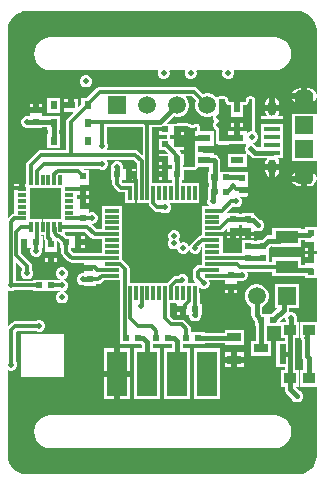
<source format=gtl>
G04*
G04 #@! TF.GenerationSoftware,Altium Limited,Altium Designer,22.3.1 (43)*
G04*
G04 Layer_Physical_Order=1*
G04 Layer_Color=255*
%FSLAX25Y25*%
%MOIN*%
G70*
G04*
G04 #@! TF.SameCoordinates,8BB9F333-D91B-4341-8B3B-76DA7BD7A395*
G04*
G04*
G04 #@! TF.FilePolarity,Positive*
G04*
G01*
G75*
%ADD11C,0.01000*%
%ADD17R,0.03937X0.03543*%
%ADD18R,0.02165X0.06693*%
%ADD19R,0.02362X0.01968*%
%ADD20R,0.07500X0.04300*%
%ADD21R,0.01968X0.02362*%
%ADD22R,0.04528X0.03150*%
%ADD23R,0.06500X0.15000*%
%ADD24R,0.06102X0.05906*%
%ADD25R,0.05315X0.01575*%
%ADD26R,0.02756X0.02362*%
%ADD27R,0.02362X0.02756*%
%ADD28R,0.03150X0.01378*%
%ADD29R,0.01378X0.03347*%
%ADD30R,0.01181X0.04724*%
%ADD31R,0.04724X0.01181*%
%ADD32R,0.04331X0.02362*%
%ADD49C,0.01181*%
%ADD50C,0.01575*%
%ADD51C,0.02362*%
%ADD52C,0.05906*%
%ADD53R,0.05906X0.05906*%
%ADD54O,0.06102X0.03051*%
%ADD55O,0.02559X0.05118*%
%ADD56C,0.02000*%
%ADD57C,0.04724*%
G36*
X98367Y155943D02*
Y155943D01*
X98367Y155943D01*
X99368Y155844D01*
X100561Y155482D01*
X101661Y154895D01*
X102624Y154104D01*
X103416Y153140D01*
X104003Y152040D01*
X104365Y150847D01*
X104487Y149606D01*
X104464Y149366D01*
X104464D01*
X104464Y149366D01*
X104472Y149175D01*
Y128372D01*
X104275Y128353D01*
X104205Y128706D01*
X103646Y129541D01*
X102811Y130099D01*
X101826Y130296D01*
X101300D01*
Y129689D01*
X101383D01*
X101486Y129686D01*
X101588Y129678D01*
X101691Y129665D01*
X101792Y129646D01*
X101892Y129622D01*
X101991Y129593D01*
X102088Y129558D01*
X102183Y129519D01*
X102276Y129474D01*
X102367Y129425D01*
X102455Y129371D01*
X102540Y129313D01*
X102621Y129250D01*
X102700Y129183D01*
X102775Y129112D01*
X102846Y129038D01*
X102912Y128959D01*
X102975Y128877D01*
X103034Y128793D01*
X103087Y128705D01*
X103137Y128614D01*
X103181Y128521D01*
X103220Y128426D01*
X103255Y128329D01*
X103284Y128230D01*
X103308Y128130D01*
X103327Y128028D01*
X103340Y127926D01*
X103349Y127823D01*
X103351Y127720D01*
Y125702D01*
X103646Y125900D01*
X104205Y126735D01*
X104275Y127088D01*
X104472Y127069D01*
Y121978D01*
X104351Y121831D01*
X104275Y121831D01*
X96249D01*
Y113925D01*
Y106051D01*
X104275D01*
X104351Y106051D01*
X104472Y105904D01*
Y100813D01*
X104275Y100794D01*
X104205Y101147D01*
X103646Y101982D01*
X103351Y102180D01*
Y100171D01*
X102564D01*
X102562Y100218D01*
X102558Y100269D01*
X102552Y100320D01*
X102542Y100370D01*
X102530Y100420D01*
X102516Y100469D01*
X102499Y100517D01*
X102479Y100565D01*
X102457Y100611D01*
X102433Y100656D01*
X102406Y100700D01*
X102377Y100742D01*
X102346Y100783D01*
X102312Y100822D01*
X102277Y100859D01*
X102240Y100894D01*
X102201Y100927D01*
X102160Y100959D01*
X102118Y100988D01*
X102074Y101014D01*
X102029Y101039D01*
X101983Y101061D01*
X101935Y101081D01*
X101887Y101098D01*
X101838Y101112D01*
X101788Y101124D01*
X101738Y101134D01*
X101687Y101140D01*
X101636Y101144D01*
X101579Y101146D01*
X101300D01*
Y100161D01*
Y99177D01*
X101579D01*
X101636Y99178D01*
X101687Y99182D01*
X101738Y99189D01*
X101788Y99199D01*
X101838Y99211D01*
X101887Y99225D01*
X101935Y99242D01*
X101983Y99262D01*
X102029Y99284D01*
X102074Y99308D01*
X102118Y99335D01*
X102160Y99364D01*
X102201Y99395D01*
X102240Y99429D01*
X102277Y99464D01*
X102312Y99501D01*
X102346Y99540D01*
X102377Y99581D01*
X102406Y99623D01*
X102433Y99667D01*
X102457Y99712D01*
X102479Y99758D01*
X102499Y99805D01*
X102516Y99854D01*
X102530Y99903D01*
X102542Y99953D01*
X102552Y100003D01*
X102558Y100054D01*
X102562Y100105D01*
X102564Y100152D01*
X103351D01*
X103349Y100054D01*
X103340Y99951D01*
X103327Y99849D01*
X103308Y99748D01*
X103284Y99648D01*
X103255Y99550D01*
X103221Y99453D01*
X103181Y99358D01*
X103137Y99265D01*
X103088Y99175D01*
X103034Y99087D01*
X102976Y99002D01*
X102914Y98921D01*
X102847Y98843D01*
X102776Y98768D01*
X102701Y98697D01*
X102623Y98630D01*
X102542Y98568D01*
X102457Y98510D01*
X102369Y98456D01*
X102279Y98407D01*
X102186Y98363D01*
X102091Y98323D01*
X101994Y98289D01*
X101896Y98260D01*
X101796Y98236D01*
X101695Y98217D01*
X101593Y98204D01*
X101490Y98196D01*
X101383Y98193D01*
X101300D01*
Y97586D01*
X101826D01*
X102811Y97782D01*
X103646Y98341D01*
X104205Y99176D01*
X104275Y99529D01*
X104472Y99510D01*
Y84150D01*
X100516D01*
Y83291D01*
X99250D01*
Y83672D01*
X89750D01*
Y81301D01*
X88388D01*
X88388Y81301D01*
X87690Y81162D01*
X87099Y80767D01*
X87099Y80767D01*
X86104Y79772D01*
X84516D01*
Y79413D01*
X83484D01*
Y79772D01*
X79516D01*
Y75323D01*
X73094D01*
Y78016D01*
Y81197D01*
X69889D01*
X69732Y81228D01*
Y81921D01*
X72259D01*
X72416Y81953D01*
X73094D01*
Y82189D01*
X73405Y82397D01*
X74334Y83325D01*
X74516Y83250D01*
Y80450D01*
X75500D01*
Y82631D01*
X76500D01*
Y83631D01*
X78484D01*
Y84746D01*
X79516D01*
Y83631D01*
X81500D01*
Y82631D01*
X82500D01*
Y80450D01*
X83484D01*
Y82930D01*
X83666Y83005D01*
X83867Y82805D01*
X84602Y82500D01*
X85398D01*
X86133Y82805D01*
X86695Y83367D01*
X87000Y84102D01*
Y84898D01*
X86695Y85633D01*
X86133Y86195D01*
X85508Y86454D01*
X84499Y87463D01*
X83908Y87858D01*
X83484Y87943D01*
Y88750D01*
X79516D01*
Y88391D01*
X78484D01*
Y88750D01*
X74800D01*
X74725Y88932D01*
X76530Y90737D01*
X77102Y90500D01*
X77898D01*
X78633Y90804D01*
X79195Y91367D01*
X79500Y92102D01*
Y92898D01*
X79195Y93633D01*
X78860Y93968D01*
X78935Y94150D01*
X81484D01*
Y95332D01*
X79500D01*
Y97332D01*
X81484D01*
Y98087D01*
Y102450D01*
X77516D01*
Y102322D01*
X76528D01*
Y102484D01*
X72277D01*
Y106000D01*
X72277Y106000D01*
X72138Y106697D01*
X71743Y107289D01*
X71483Y107548D01*
X70892Y107943D01*
X70195Y108082D01*
X70153Y108273D01*
Y109000D01*
X66988D01*
Y111000D01*
X70153D01*
Y111559D01*
Y115921D01*
X65520D01*
Y117439D01*
X65498Y117546D01*
X65497Y117655D01*
X65460Y117739D01*
X65442Y117829D01*
X65381Y117920D01*
X65338Y118019D01*
X65272Y118083D01*
X65221Y118160D01*
X65131Y118220D01*
X65052Y118296D01*
X64967Y118330D01*
X64890Y118381D01*
X64783Y118402D01*
X64682Y118442D01*
X64485Y118478D01*
X64393Y118476D01*
X64303Y118494D01*
X64196Y118473D01*
X64088Y118471D01*
X64003Y118435D01*
X63913Y118417D01*
X63823Y118356D01*
X63723Y118313D01*
X63659Y118247D01*
X63582Y118196D01*
X63555Y118169D01*
X63195Y118020D01*
X62805D01*
X62445Y118169D01*
X62392Y118221D01*
X62062Y118442D01*
X61672Y118520D01*
X57968D01*
X57791Y118484D01*
X54697D01*
X54621Y118666D01*
X56805Y120850D01*
X57480Y120669D01*
X58520D01*
X59526Y120939D01*
X60427Y121459D01*
X61163Y122195D01*
X61683Y123096D01*
X61953Y124102D01*
Y125142D01*
X61683Y126148D01*
X61163Y127049D01*
X60850Y127362D01*
X60926Y127544D01*
X62785D01*
X64288Y126041D01*
X64047Y125142D01*
Y124102D01*
X64317Y123096D01*
X64837Y122195D01*
X65573Y121459D01*
X66474Y120939D01*
X67480Y120669D01*
X68520D01*
X69526Y120939D01*
X69906Y121158D01*
X70054Y121028D01*
X70000Y120898D01*
Y120102D01*
X70305Y119367D01*
X70422Y119250D01*
X70305Y119133D01*
X70000Y118398D01*
Y117602D01*
X70305Y116867D01*
X70867Y116305D01*
X70980Y116258D01*
Y112500D01*
X71058Y112110D01*
X71279Y111779D01*
X71610Y111558D01*
X72000Y111480D01*
X74847D01*
X75237Y111558D01*
X75238Y111559D01*
X80952D01*
X81034Y111362D01*
X80805Y111133D01*
X80500Y110398D01*
Y109602D01*
X80805Y108867D01*
X81034Y108638D01*
X80952Y108441D01*
X74847D01*
Y104079D01*
X81177D01*
Y108216D01*
X81367Y108305D01*
X81992Y108046D01*
X82503Y107534D01*
X82504Y107534D01*
X83095Y107139D01*
X83792Y107000D01*
X83792Y107000D01*
X87804D01*
X87897Y106827D01*
X87523Y106267D01*
X87346Y105378D01*
Y105098D01*
X89670D01*
X91994D01*
Y105378D01*
X91817Y106267D01*
X91436Y106839D01*
X91541Y107035D01*
X93328D01*
Y109595D01*
Y112153D01*
Y114713D01*
Y117272D01*
Y118288D01*
X89670D01*
X86013D01*
Y117272D01*
Y114713D01*
Y110645D01*
X84547D01*
X84292Y110901D01*
X84196Y111133D01*
X83633Y111696D01*
X83360Y111809D01*
X83391Y111964D01*
X83405Y112003D01*
X84133Y112304D01*
X84696Y112867D01*
X85000Y113602D01*
Y114398D01*
X84696Y115133D01*
X84133Y115696D01*
X83972Y115762D01*
X84020Y116000D01*
Y126500D01*
X83942Y126890D01*
X83721Y127221D01*
X83390Y127442D01*
X83000Y127520D01*
X82000D01*
X81610Y127442D01*
X81279Y127221D01*
X81058Y126890D01*
X80980Y126500D01*
Y126305D01*
X80831Y125945D01*
X80555Y125669D01*
X80195Y125520D01*
X79984D01*
Y125650D01*
X79000D01*
Y124679D01*
X78965Y124500D01*
Y123468D01*
X77036D01*
Y124500D01*
X77000Y124679D01*
Y125650D01*
X76016D01*
Y125520D01*
X75805D01*
X75445Y125669D01*
X75169Y125945D01*
X75020Y126305D01*
Y126500D01*
X74942Y126890D01*
X74721Y127221D01*
X74390Y127442D01*
X74000Y127520D01*
X72000D01*
X71610Y127442D01*
X71279Y127221D01*
X71275Y127215D01*
X71022Y127190D01*
X70427Y127785D01*
X69526Y128305D01*
X68520Y128575D01*
X67480D01*
X66581Y128334D01*
X64603Y130312D01*
X64077Y130664D01*
X63457Y130787D01*
X32272D01*
X31651Y130664D01*
X31125Y130312D01*
X27691Y126878D01*
X26028D01*
Y124821D01*
X25060Y123853D01*
X24878Y123929D01*
Y126681D01*
X23500D01*
Y124500D01*
X22500D01*
Y123500D01*
X20122D01*
Y122319D01*
X23268D01*
X23344Y122137D01*
X21353Y120147D01*
X21002Y119621D01*
X20878Y119000D01*
Y109722D01*
X12601D01*
X11980Y109599D01*
X11454Y109247D01*
X8011Y105804D01*
X7659Y105278D01*
X7536Y104657D01*
Y102295D01*
X7468D01*
Y98382D01*
X7229D01*
Y96693D01*
X6229D01*
Y96414D01*
X3654D01*
Y95004D01*
Y93036D01*
Y88465D01*
X3071Y88349D01*
X2545Y87998D01*
X1711Y87164D01*
X1529Y87239D01*
Y149411D01*
X1529Y149412D01*
X1529Y149606D01*
X1538Y149799D01*
X1641Y150846D01*
X2003Y152038D01*
X2590Y153137D01*
X3381Y154100D01*
X4344Y154890D01*
X5442Y155477D01*
X6634Y155839D01*
X7681Y155942D01*
X7874Y155951D01*
Y155951D01*
X7874Y155951D01*
X98359D01*
X98367Y155943D01*
D02*
G37*
G36*
X83000Y116000D02*
X82602D01*
X81867Y115696D01*
X81374Y115202D01*
X81177Y115284D01*
Y115921D01*
X79012D01*
Y113740D01*
X78012D01*
Y112740D01*
X74847D01*
Y112500D01*
X72000D01*
Y126500D01*
X74000D01*
Y126102D01*
X74304Y125367D01*
X74867Y124804D01*
X75602Y124500D01*
X76016D01*
Y121287D01*
Y120531D01*
X78000D01*
X79984D01*
Y121287D01*
Y124500D01*
X80398D01*
X81133Y124804D01*
X81695Y125367D01*
X82000Y126102D01*
Y126500D01*
X83000D01*
Y116000D01*
D02*
G37*
G36*
X46457Y108094D02*
X46275Y108018D01*
X45046Y109247D01*
X44520Y109599D01*
X43899Y109722D01*
X34808D01*
X34717Y109919D01*
X35000Y110602D01*
Y111398D01*
X34696Y112133D01*
X34622Y112207D01*
Y117378D01*
X46457D01*
Y108094D01*
D02*
G37*
G36*
X61150Y117500D02*
X61672D01*
X61867Y117305D01*
X62602Y117000D01*
X63398D01*
X64133Y117305D01*
X64303Y117475D01*
X64500Y117439D01*
Y115921D01*
X63823D01*
Y111559D01*
Y107819D01*
Y104079D01*
X63659Y104000D01*
X59791D01*
Y104516D01*
X60150D01*
Y108484D01*
X59408D01*
X59147Y108875D01*
X58688Y109334D01*
X58763Y109516D01*
X60150D01*
Y110500D01*
X57968D01*
Y111500D01*
X56968D01*
Y113484D01*
X55500D01*
Y114516D01*
X56968D01*
Y116500D01*
X57968D01*
Y117500D01*
X61150D01*
D01*
D02*
G37*
G36*
X51850Y114516D02*
X54480D01*
Y113484D01*
X51850D01*
Y109516D01*
X53919D01*
X54769Y108666D01*
X54694Y108484D01*
X51850D01*
Y107500D01*
X54031D01*
Y106500D01*
X55032D01*
Y104516D01*
X56146D01*
Y103484D01*
X55032D01*
Y101500D01*
Y99516D01*
X56300D01*
Y98716D01*
X49700D01*
Y117178D01*
X51850D01*
Y114516D01*
D02*
G37*
G36*
X44488Y105218D02*
Y98716D01*
X42330D01*
X42173Y98748D01*
X40046D01*
X39653Y99140D01*
Y99516D01*
X40968D01*
Y101500D01*
Y103484D01*
X40079D01*
X40000Y103602D01*
Y104398D01*
X39696Y105133D01*
X39133Y105695D01*
X38398Y106000D01*
X37602D01*
X36867Y105695D01*
X36305Y105133D01*
X36000Y104398D01*
Y103602D01*
X35921Y103484D01*
X35850D01*
Y99516D01*
X36410D01*
Y98469D01*
X36533Y97848D01*
X36885Y97322D01*
X38227Y95979D01*
X38753Y95628D01*
X39374Y95504D01*
X40551D01*
Y95354D01*
X40583Y95198D01*
Y91992D01*
X43764D01*
Y95198D01*
X43795Y95354D01*
X44488D01*
X44519Y95198D01*
Y91992D01*
X48425D01*
Y91953D01*
X48549Y91332D01*
X48900Y90806D01*
X50197Y89510D01*
X50723Y89158D01*
X51343Y89035D01*
X52637D01*
X52867Y88805D01*
X53602Y88500D01*
X54398D01*
X55133Y88805D01*
X55695Y89367D01*
X56000Y90102D01*
Y90898D01*
X55695Y91633D01*
X55518Y91810D01*
X55594Y91992D01*
X65417D01*
Y98716D01*
X59543D01*
Y99516D01*
X60150D01*
Y102980D01*
X63659D01*
X63686Y102986D01*
X63714Y102982D01*
X63880Y103024D01*
X64049Y103058D01*
X64072Y103074D01*
X64099Y103081D01*
X64264Y103159D01*
X64401Y103262D01*
X64544Y103358D01*
X64559Y103381D01*
X64582Y103398D01*
X64669Y103546D01*
X64765Y103689D01*
X64770Y103716D01*
X64785Y103740D01*
X64809Y103910D01*
X64842Y104079D01*
X68632D01*
Y102484D01*
X68228D01*
Y98516D01*
X68587D01*
Y97484D01*
X68228D01*
Y93516D01*
X68228D01*
X68245Y93490D01*
X68000Y92898D01*
Y92102D01*
X68305Y91367D01*
X68450Y91221D01*
X68375Y91039D01*
X66370D01*
Y87858D01*
Y85890D01*
Y81228D01*
X66106D01*
X65486Y81104D01*
X64960Y80753D01*
X62927Y78720D01*
X62867Y78695D01*
X62305Y78133D01*
X62098Y77635D01*
X61902D01*
X61695Y78133D01*
X61133Y78695D01*
X60398Y79000D01*
X59602D01*
X59136Y78807D01*
X59000Y78898D01*
X58696Y79633D01*
X58578Y79750D01*
X58696Y79867D01*
X59000Y80602D01*
Y81398D01*
X58696Y82133D01*
X58133Y82696D01*
X57398Y83000D01*
X56602D01*
X55867Y82696D01*
X55304Y82133D01*
X55000Y81398D01*
Y80602D01*
X55304Y79867D01*
X55422Y79750D01*
X55304Y79633D01*
X55000Y78898D01*
Y78102D01*
X55304Y77367D01*
X55867Y76805D01*
X56602Y76500D01*
X57398D01*
X57864Y76693D01*
X58000Y76602D01*
X58305Y75867D01*
X58867Y75305D01*
X59602Y75000D01*
X60398D01*
X61133Y75305D01*
X61695Y75867D01*
X61902Y76365D01*
X62098D01*
X62305Y75867D01*
X62867Y75305D01*
X63602Y75000D01*
X64398D01*
X65133Y75305D01*
X65696Y75867D01*
X66000Y76602D01*
Y77207D01*
X66188Y77395D01*
X66370Y77319D01*
Y71386D01*
X65456D01*
X64835Y71262D01*
X64309Y70911D01*
X63617Y70219D01*
X63266Y69692D01*
X63142Y69072D01*
Y67312D01*
X63266Y66691D01*
X63617Y66165D01*
X64348Y65434D01*
X64273Y65252D01*
X61676D01*
X61566Y65416D01*
X61748Y65854D01*
Y66650D01*
X61444Y67385D01*
X60881Y67948D01*
X60146Y68252D01*
X59350D01*
X58615Y67948D01*
X58385Y67717D01*
X57632D01*
X57011Y67594D01*
X56485Y67242D01*
X54806Y65563D01*
X54598Y65252D01*
X42122D01*
Y70026D01*
X41998Y70647D01*
X41647Y71173D01*
X39941Y72879D01*
X39630Y73087D01*
Y76047D01*
Y79984D01*
Y83921D01*
Y87858D01*
Y91039D01*
X32906D01*
Y87858D01*
Y83197D01*
X31097D01*
X29475Y84818D01*
X29551Y85000D01*
X29898D01*
X30633Y85304D01*
X31196Y85867D01*
X31500Y86602D01*
Y87398D01*
X31196Y88133D01*
X30633Y88696D01*
X29898Y89000D01*
X29102D01*
X28681Y88826D01*
X28484Y88957D01*
Y90000D01*
X26500D01*
Y91000D01*
X25500D01*
Y93181D01*
X24516D01*
X24503Y93373D01*
Y94627D01*
X24516Y94819D01*
X25500D01*
Y97000D01*
X26500D01*
Y98000D01*
X28484D01*
Y98756D01*
Y103118D01*
X26910D01*
X26862Y103181D01*
X26961Y103378D01*
X31793D01*
X31867Y103305D01*
X32602Y103000D01*
X33398D01*
X34133Y103305D01*
X34696Y103867D01*
X35000Y104602D01*
Y105398D01*
X34696Y106133D01*
X34531Y106297D01*
X34607Y106479D01*
X43228D01*
X44488Y105218D01*
D02*
G37*
G36*
X19354Y95004D02*
Y93036D01*
Y91067D01*
Y89099D01*
Y87130D01*
Y86595D01*
X13374D01*
Y83922D01*
X12815D01*
Y86595D01*
X8804D01*
Y87130D01*
Y89099D01*
Y91067D01*
Y93036D01*
Y95004D01*
Y96949D01*
X19354D01*
Y95004D01*
D02*
G37*
G36*
X100516Y79031D02*
X102500D01*
Y78031D01*
X103500D01*
Y75850D01*
X104472D01*
Y75150D01*
X103500D01*
Y72969D01*
X102500D01*
Y71969D01*
X100516D01*
Y71367D01*
X100500Y71354D01*
X100342Y71322D01*
X99250D01*
Y73872D01*
X89750D01*
Y72344D01*
X88484D01*
Y76998D01*
X89143Y77656D01*
X89750D01*
Y77372D01*
X99250D01*
Y79646D01*
X100516D01*
Y79031D01*
D02*
G37*
G36*
X29278Y80428D02*
X29805Y80076D01*
X30425Y79953D01*
X32906D01*
Y78016D01*
Y76047D01*
Y75323D01*
X23471D01*
X22653Y76140D01*
Y77016D01*
X23968D01*
Y79000D01*
Y80984D01*
X21144D01*
X20689Y81439D01*
Y82300D01*
X27406D01*
X29278Y80428D01*
D02*
G37*
G36*
X13441Y80477D02*
X13565Y79857D01*
X13916Y79330D01*
X13985Y79262D01*
Y78862D01*
X14016Y78706D01*
Y76287D01*
Y75532D01*
X16000D01*
X17984D01*
Y76287D01*
Y79279D01*
X18181Y79360D01*
X18850Y78691D01*
Y77016D01*
X19410D01*
Y75468D01*
X19533Y74848D01*
X19885Y74322D01*
X21653Y72554D01*
X22179Y72202D01*
X22799Y72079D01*
X27016D01*
Y71469D01*
X29000D01*
Y69468D01*
X27016D01*
Y68579D01*
X26898Y68500D01*
X26102D01*
X25367Y68195D01*
X24804Y67633D01*
X24500Y66898D01*
Y66102D01*
X24804Y65367D01*
X25367Y64805D01*
X26102Y64500D01*
X26898D01*
X27016Y64421D01*
Y64350D01*
X30984D01*
Y64910D01*
X31532D01*
X32152Y65033D01*
X32678Y65385D01*
X33467Y66174D01*
X36268D01*
X36424Y66205D01*
X38878D01*
Y64743D01*
X38870Y64704D01*
Y48984D01*
X38850D01*
Y45016D01*
X45907D01*
X46178Y44745D01*
Y43622D01*
X43750D01*
Y26622D01*
X52250D01*
Y43622D01*
X49822D01*
Y45016D01*
X56178D01*
Y43622D01*
X53750D01*
Y26622D01*
X62250D01*
Y43622D01*
X59822D01*
Y45016D01*
X67150D01*
Y45178D01*
X73807D01*
Y44665D01*
X80335D01*
Y49815D01*
X73807D01*
Y48822D01*
X67150D01*
Y48984D01*
X62653D01*
Y49968D01*
X62530Y50589D01*
X62178Y51115D01*
X60647Y52647D01*
X60121Y52998D01*
X59500Y53122D01*
X56672D01*
X55606Y54188D01*
Y58528D01*
X57671D01*
X57850Y58484D01*
Y57500D01*
X60031D01*
Y56500D01*
X61032D01*
Y54516D01*
X62000D01*
Y54102D01*
X62305Y53367D01*
X62867Y52804D01*
X63602Y52500D01*
X64398D01*
X65133Y52804D01*
X65696Y53367D01*
X66000Y54102D01*
Y54516D01*
X66150D01*
Y58484D01*
X65448D01*
Y61890D01*
X65417Y62046D01*
Y63573D01*
X65599Y63648D01*
X65650Y63597D01*
X66385Y63293D01*
X67181D01*
X67916Y63597D01*
X68478Y64160D01*
X68783Y64895D01*
Y65691D01*
X68638Y66041D01*
X68747Y66205D01*
X69576D01*
X69732Y66174D01*
X74016D01*
Y65031D01*
X76000D01*
X77984D01*
Y66162D01*
X78711D01*
X79102Y66000D01*
X79898D01*
X80633Y66304D01*
X81195Y66867D01*
X81500Y67602D01*
Y68398D01*
X81277Y68937D01*
X81386Y69100D01*
X89750D01*
Y67572D01*
X99250D01*
Y67678D01*
X100468D01*
X100469Y67678D01*
X100516Y67490D01*
Y66850D01*
X104472D01*
Y52465D01*
X98909D01*
Y46921D01*
X99325D01*
Y46724D01*
X99503Y46295D01*
Y41048D01*
X99503Y41048D01*
X99641Y40350D01*
X100036Y39759D01*
X100056Y39740D01*
Y36323D01*
X98909D01*
Y30779D01*
X104472D01*
Y7739D01*
X104472Y7739D01*
X104475Y7723D01*
X104468Y7528D01*
X104363Y6460D01*
X104014Y5309D01*
X103447Y4248D01*
X102683Y3318D01*
X101753Y2554D01*
X100692Y1987D01*
X99541Y1638D01*
X98430Y1529D01*
X98425Y1529D01*
X8070D01*
X8068Y1529D01*
X7874Y1529D01*
X7681Y1538D01*
X6634Y1641D01*
X5442Y2003D01*
X4344Y2590D01*
X3381Y3381D01*
X2590Y4344D01*
X2003Y5442D01*
X1641Y6634D01*
X1538Y7681D01*
X1529Y7874D01*
X1529Y7874D01*
X1529Y8068D01*
Y36192D01*
X1693Y36302D01*
X2102Y36132D01*
X2898D01*
X3633Y36437D01*
X4196Y36999D01*
X4500Y37734D01*
Y38530D01*
X4196Y39265D01*
X4122Y39339D01*
Y48828D01*
X4672Y49378D01*
X10793D01*
X10867Y49305D01*
X11602Y49000D01*
X12398D01*
X13133Y49305D01*
X13695Y49867D01*
X14000Y50602D01*
Y51398D01*
X13695Y52133D01*
X13133Y52696D01*
X12398Y53000D01*
X11602D01*
X10867Y52696D01*
X10793Y52622D01*
X4000D01*
X3379Y52498D01*
X2853Y52147D01*
X1711Y51005D01*
X1529Y51080D01*
Y62560D01*
X1693Y62669D01*
X2102Y62500D01*
X2898D01*
X3633Y62805D01*
X3707Y62878D01*
X9850D01*
Y62516D01*
X18150D01*
Y62750D01*
X18347Y62825D01*
X18367Y62805D01*
X18865Y62598D01*
Y62402D01*
X18367Y62195D01*
X17805Y61633D01*
X17500Y60898D01*
Y60102D01*
X17805Y59367D01*
X18367Y58805D01*
X19102Y58500D01*
X19898D01*
X20633Y58805D01*
X21195Y59367D01*
X21500Y60102D01*
Y60898D01*
X21195Y61633D01*
X20633Y62195D01*
X20135Y62402D01*
Y62598D01*
X20633Y62805D01*
X21195Y63367D01*
X21500Y64102D01*
Y64898D01*
X21195Y65633D01*
X20633Y66195D01*
X20135Y66402D01*
Y66598D01*
X20633Y66804D01*
X21195Y67367D01*
X21500Y68102D01*
Y68898D01*
X21195Y69633D01*
X20633Y70196D01*
X19898Y70500D01*
X19102D01*
X18367Y70196D01*
X17805Y69633D01*
X17500Y68898D01*
Y68102D01*
X17805Y67367D01*
X18367Y66804D01*
X18865Y66598D01*
Y66402D01*
X18367Y66195D01*
X18347Y66175D01*
X18150Y66250D01*
Y66484D01*
X9850D01*
Y66122D01*
X4122D01*
Y72328D01*
X4304Y72403D01*
X6378Y70328D01*
Y69707D01*
X6305Y69633D01*
X6000Y68898D01*
Y68102D01*
X6305Y67367D01*
X6867Y66804D01*
X7602Y66500D01*
X8398D01*
X9133Y66804D01*
X9696Y67367D01*
X10000Y68102D01*
Y68898D01*
X9696Y69633D01*
X9622Y69707D01*
Y71000D01*
X9498Y71621D01*
X9147Y72147D01*
X5803Y75491D01*
Y77016D01*
X6032D01*
Y79000D01*
X8032D01*
Y77016D01*
X9079D01*
X9188Y76852D01*
X9000Y76398D01*
Y75602D01*
X9305Y74867D01*
X9867Y74304D01*
X10602Y74000D01*
X11398D01*
X12133Y74304D01*
X12696Y74867D01*
X13000Y75602D01*
Y76398D01*
X12812Y76852D01*
X12921Y77016D01*
X13150D01*
Y80984D01*
X12748D01*
Y81249D01*
X13441D01*
Y80477D01*
D02*
G37*
%LPC*%
G36*
X90551Y147216D02*
Y147199D01*
X15748D01*
Y147216D01*
X14329Y147029D01*
X13006Y146482D01*
X11870Y145610D01*
X10999Y144474D01*
X10451Y143152D01*
X10264Y141732D01*
X10451Y140313D01*
X10999Y138990D01*
X11870Y137855D01*
X13006Y136983D01*
X14329Y136435D01*
X15748Y136248D01*
Y136266D01*
X51560D01*
X51670Y136102D01*
X51500Y135693D01*
Y134897D01*
X51805Y134162D01*
X52367Y133600D01*
X53102Y133295D01*
X53898D01*
X54633Y133600D01*
X55195Y134162D01*
X55500Y134897D01*
Y135693D01*
X55330Y136102D01*
X55440Y136266D01*
X60560D01*
X60669Y136102D01*
X60500Y135693D01*
Y134897D01*
X60804Y134162D01*
X61367Y133600D01*
X62102Y133295D01*
X62898D01*
X63633Y133600D01*
X64196Y134162D01*
X64500Y134897D01*
Y135693D01*
X64331Y136102D01*
X64440Y136266D01*
X73060D01*
X73169Y136102D01*
X73000Y135693D01*
Y134897D01*
X73304Y134162D01*
X73867Y133600D01*
X74602Y133295D01*
X75398D01*
X76133Y133600D01*
X76696Y134162D01*
X77000Y134897D01*
Y135693D01*
X76831Y136102D01*
X76940Y136266D01*
X90551D01*
Y136248D01*
X91970Y136435D01*
X93293Y136983D01*
X94429Y137855D01*
X95300Y138990D01*
X95848Y140313D01*
X96035Y141732D01*
X95848Y143152D01*
X95300Y144474D01*
X94429Y145610D01*
X93293Y146482D01*
X91970Y147029D01*
X90551Y147216D01*
D02*
G37*
G36*
X27898Y134500D02*
X27102D01*
X26367Y134195D01*
X25804Y133633D01*
X25500Y132898D01*
Y132102D01*
X25804Y131367D01*
X26367Y130805D01*
X27102Y130500D01*
X27898D01*
X28633Y130805D01*
X29195Y131367D01*
X29500Y132102D01*
Y132898D01*
X29195Y133633D01*
X28633Y134195D01*
X27898Y134500D01*
D02*
G37*
G36*
X99300Y130296D02*
X98774D01*
X97789Y130099D01*
X96954Y129541D01*
X96405Y128720D01*
X97520D01*
X97566Y128795D01*
X97624Y128880D01*
X97686Y128961D01*
X97753Y129039D01*
X97824Y129114D01*
X97899Y129185D01*
X97977Y129251D01*
X98058Y129314D01*
X98143Y129372D01*
X98231Y129426D01*
X98321Y129475D01*
X98414Y129519D01*
X98509Y129559D01*
X98606Y129593D01*
X98704Y129622D01*
X98804Y129646D01*
X98905Y129665D01*
X99007Y129678D01*
X99110Y129686D01*
X99217Y129689D01*
X99300D01*
Y130296D01*
D02*
G37*
G36*
X101579Y128705D02*
X101300D01*
Y127720D01*
Y126736D01*
X101579D01*
X101631Y126738D01*
X101682Y126742D01*
X101734Y126748D01*
X101784Y126758D01*
X101834Y126770D01*
X101884Y126784D01*
X101932Y126802D01*
X101980Y126821D01*
X102026Y126844D01*
X102072Y126868D01*
X102116Y126895D01*
X102158Y126924D01*
X102199Y126956D01*
X102238Y126989D01*
X102276Y127024D01*
X102311Y127062D01*
X102344Y127101D01*
X102376Y127142D01*
X102405Y127184D01*
X102432Y127228D01*
X102456Y127274D01*
X102479Y127320D01*
X102498Y127368D01*
X102516Y127416D01*
X102530Y127466D01*
X102542Y127516D01*
X102552Y127567D01*
X102558Y127618D01*
X102562Y127669D01*
X102564Y127720D01*
X102562Y127772D01*
X102558Y127823D01*
X102552Y127875D01*
X102542Y127925D01*
X102530Y127975D01*
X102516Y128025D01*
X102498Y128073D01*
X102479Y128121D01*
X102456Y128167D01*
X102432Y128213D01*
X102405Y128256D01*
X102376Y128299D01*
X102344Y128340D01*
X102311Y128379D01*
X102276Y128417D01*
X102238Y128452D01*
X102199Y128485D01*
X102158Y128517D01*
X102116Y128546D01*
X102072Y128573D01*
X102026Y128597D01*
X101980Y128620D01*
X101932Y128639D01*
X101884Y128657D01*
X101834Y128671D01*
X101784Y128683D01*
X101734Y128693D01*
X101682Y128699D01*
X101631Y128703D01*
X101579Y128705D01*
D02*
G37*
G36*
X97249Y126720D02*
X96405D01*
X96954Y125900D01*
X97249Y125702D01*
Y126720D01*
D02*
G37*
G36*
X21500Y126681D02*
X20122D01*
Y125500D01*
X21500D01*
Y126681D01*
D02*
G37*
G36*
X90670Y127136D02*
Y124784D01*
X91994D01*
Y125063D01*
X91817Y125952D01*
X91313Y126706D01*
X90670Y127136D01*
D02*
G37*
G36*
X88670Y127136D02*
X88027Y126706D01*
X87523Y125952D01*
X87346Y125063D01*
Y124784D01*
X88670D01*
Y127136D01*
D02*
G37*
G36*
X12984Y125150D02*
X12000D01*
Y123969D01*
X12984D01*
Y125150D01*
D02*
G37*
G36*
X10000D02*
X9016D01*
Y123969D01*
X10000D01*
Y125150D01*
D02*
G37*
G36*
X18972Y126878D02*
X14610D01*
Y122122D01*
X18972D01*
Y126878D01*
D02*
G37*
G36*
X12984Y121968D02*
X11000D01*
X9016D01*
Y120838D01*
X8788D01*
X8398Y121000D01*
X7602D01*
X6867Y120695D01*
X6305Y120133D01*
X6000Y119398D01*
Y118602D01*
X6305Y117867D01*
X6867Y117305D01*
X7602Y117000D01*
X8398D01*
X8819Y117174D01*
X9016Y117087D01*
Y116850D01*
X12984D01*
Y117193D01*
X14610D01*
Y116217D01*
X14969D01*
Y115067D01*
X14610D01*
Y110311D01*
X18972D01*
Y115067D01*
X18614D01*
Y116217D01*
X18972D01*
Y120972D01*
X14610D01*
Y120838D01*
X12984D01*
Y121968D01*
D02*
G37*
G36*
X91994Y122784D02*
X89670D01*
X87346D01*
Y122504D01*
X87523Y121615D01*
X87905Y121043D01*
X87799Y120846D01*
X86013D01*
Y120059D01*
X89670D01*
X93328D01*
Y120846D01*
X91541D01*
X91436Y121043D01*
X91817Y121615D01*
X91994Y122504D01*
Y122784D01*
D02*
G37*
G36*
X97249Y102180D02*
X96954Y101982D01*
X96405Y101161D01*
X97249D01*
Y102180D01*
D02*
G37*
G36*
X91994Y103098D02*
X90670D01*
Y100745D01*
X91313Y101175D01*
X91817Y101929D01*
X91994Y102819D01*
Y103098D01*
D02*
G37*
G36*
X88670D02*
X87346D01*
Y102819D01*
X87523Y101929D01*
X88027Y101175D01*
X88670Y100745D01*
Y103098D01*
D02*
G37*
G36*
X5229Y98382D02*
X3654D01*
Y97693D01*
X5229D01*
Y98382D01*
D02*
G37*
G36*
X97522Y99161D02*
X96405D01*
X96954Y98341D01*
X97789Y97782D01*
X98774Y97586D01*
X99300D01*
Y98193D01*
X99217D01*
X99114Y98196D01*
X99012Y98204D01*
X98909Y98217D01*
X98808Y98236D01*
X98708Y98260D01*
X98609Y98289D01*
X98512Y98324D01*
X98417Y98363D01*
X98324Y98408D01*
X98233Y98457D01*
X98145Y98510D01*
X98060Y98569D01*
X97979Y98632D01*
X97900Y98699D01*
X97825Y98769D01*
X97754Y98844D01*
X97688Y98923D01*
X97625Y99004D01*
X97566Y99089D01*
X97522Y99161D01*
D02*
G37*
G36*
X80500Y81631D02*
X79516D01*
Y80450D01*
X80500D01*
Y81631D01*
D02*
G37*
G36*
X78484D02*
X77500D01*
Y80450D01*
X78484D01*
Y81631D01*
D02*
G37*
G36*
X79984Y118532D02*
X79000D01*
Y117350D01*
X79984D01*
Y118532D01*
D02*
G37*
G36*
X77000D02*
X76016D01*
Y117350D01*
X77000D01*
Y118532D01*
D02*
G37*
G36*
X77012Y115921D02*
X74847D01*
Y114740D01*
X77012D01*
Y115921D01*
D02*
G37*
G36*
X60150Y115500D02*
X58969D01*
Y114516D01*
X60150D01*
Y115500D01*
D02*
G37*
G36*
X60150Y113484D02*
X58969D01*
Y112500D01*
X60150D01*
Y113484D01*
D02*
G37*
G36*
X53031Y105500D02*
X51850D01*
Y104516D01*
X53031D01*
Y105500D01*
D02*
G37*
G36*
Y103484D02*
X51850D01*
Y102500D01*
X53031D01*
Y103484D01*
D02*
G37*
G36*
Y100500D02*
X51850D01*
Y99516D01*
X53031D01*
Y100500D01*
D02*
G37*
G36*
X44150Y103484D02*
X42968D01*
Y102500D01*
X44150D01*
Y103484D01*
D02*
G37*
G36*
Y100500D02*
X42968D01*
Y99516D01*
X44150D01*
Y100500D01*
D02*
G37*
G36*
X28484Y96000D02*
X27500D01*
Y94819D01*
X28484D01*
Y96000D01*
D02*
G37*
G36*
X27500Y93181D02*
Y92000D01*
X28484D01*
Y93181D01*
X27500D01*
D02*
G37*
G36*
X101500Y77031D02*
X100516D01*
Y75850D01*
X101500D01*
Y77031D01*
D02*
G37*
G36*
Y75150D02*
X100516D01*
Y73968D01*
X101500D01*
Y75150D01*
D02*
G37*
G36*
X27150Y80984D02*
X25969D01*
Y80000D01*
X27150D01*
Y80984D01*
D02*
G37*
G36*
Y78000D02*
X25969D01*
Y77016D01*
X27150D01*
Y78000D01*
D02*
G37*
G36*
X17984Y73532D02*
X17000D01*
Y72350D01*
X17984D01*
Y73532D01*
D02*
G37*
G36*
X15000D02*
X14016D01*
Y72350D01*
X15000D01*
Y73532D01*
D02*
G37*
G36*
X77984Y63032D02*
X77000D01*
Y61850D01*
X77984D01*
Y63032D01*
D02*
G37*
G36*
X75000D02*
X74016D01*
Y61850D01*
X75000D01*
Y63032D01*
D02*
G37*
G36*
X98453Y64953D02*
X90547D01*
Y57047D01*
X91181D01*
X91257Y56865D01*
X89376Y54984D01*
X86624D01*
X86322Y55286D01*
Y57488D01*
X86927Y57837D01*
X87663Y58573D01*
X88183Y59474D01*
X88453Y60480D01*
Y61520D01*
X88183Y62526D01*
X87663Y63427D01*
X86927Y64163D01*
X86026Y64683D01*
X85020Y64953D01*
X83980D01*
X82974Y64683D01*
X82073Y64163D01*
X81337Y63427D01*
X80817Y62526D01*
X80547Y61520D01*
Y60480D01*
X80817Y59474D01*
X81337Y58573D01*
X82073Y57837D01*
X82678Y57488D01*
Y54532D01*
X82678Y54532D01*
X82816Y53834D01*
X83211Y53243D01*
X83850Y52604D01*
Y51016D01*
X84158D01*
Y46075D01*
X82665D01*
Y40925D01*
X89193D01*
Y46075D01*
X87803D01*
Y51016D01*
X92150D01*
Y52604D01*
X94030Y54484D01*
X94197Y54372D01*
X94000Y53898D01*
Y53102D01*
X94096Y52870D01*
Y52465D01*
X92614D01*
Y46921D01*
X93760D01*
Y45968D01*
X91039D01*
Y37276D01*
X93760D01*
Y36323D01*
X92614D01*
Y30779D01*
X93760D01*
Y29917D01*
X93760Y29917D01*
X93899Y29220D01*
X94294Y28629D01*
X96127Y26796D01*
X96305Y26367D01*
X96867Y25804D01*
X97602Y25500D01*
X98398D01*
X99133Y25804D01*
X99695Y26367D01*
X100000Y27102D01*
Y27898D01*
X99695Y28633D01*
X99133Y29195D01*
X98704Y29373D01*
X97495Y30583D01*
X97576Y30779D01*
X98551D01*
Y36323D01*
X97405D01*
Y41622D01*
Y46921D01*
X98551D01*
Y52465D01*
X97949D01*
X97817Y52661D01*
X98000Y53102D01*
Y53898D01*
X97695Y54633D01*
X97133Y55195D01*
X96398Y55500D01*
X95602D01*
X95013Y55256D01*
X94883Y55415D01*
X95121Y55771D01*
X95259Y56468D01*
X95259Y56469D01*
Y57047D01*
X98453D01*
Y64953D01*
D02*
G37*
G36*
X59031Y55500D02*
X57850D01*
Y54516D01*
X59031D01*
Y55500D01*
D02*
G37*
G36*
X80335Y42335D02*
X78071D01*
Y40760D01*
X80335D01*
Y42335D01*
D02*
G37*
G36*
X76071D02*
X73807D01*
Y40760D01*
X76071D01*
Y42335D01*
D02*
G37*
G36*
X80335Y38760D02*
X78071D01*
Y37185D01*
X80335D01*
Y38760D01*
D02*
G37*
G36*
X76071D02*
X73807D01*
Y37185D01*
X76071D01*
Y38760D01*
D02*
G37*
G36*
X42250Y43622D02*
X39000D01*
Y36122D01*
X42250D01*
Y43622D01*
D02*
G37*
G36*
X37000D02*
X33750D01*
Y36122D01*
X37000D01*
Y43622D01*
D02*
G37*
G36*
X20298Y48308D02*
X5828D01*
Y34977D01*
Y34071D01*
X20298D01*
Y48308D01*
D02*
G37*
G36*
X72250Y43622D02*
X63750D01*
Y26622D01*
X72250D01*
Y43622D01*
D02*
G37*
G36*
X42250Y34122D02*
X39000D01*
Y26622D01*
X42250D01*
Y34122D01*
D02*
G37*
G36*
X37000D02*
X33750D01*
Y26622D01*
X37000D01*
Y34122D01*
D02*
G37*
G36*
X90551Y21232D02*
Y21214D01*
X15748D01*
Y21232D01*
X14329Y21045D01*
X13006Y20497D01*
X11870Y19626D01*
X10999Y18490D01*
X10451Y17167D01*
X10264Y15748D01*
X10451Y14329D01*
X10999Y13006D01*
X11870Y11870D01*
X13006Y10999D01*
X14329Y10451D01*
X15748Y10264D01*
Y10282D01*
X90551D01*
Y10264D01*
X91970Y10451D01*
X93293Y10999D01*
X94429Y11870D01*
X95300Y13006D01*
X95848Y14329D01*
X96035Y15748D01*
X95848Y17167D01*
X95300Y18490D01*
X94429Y19626D01*
X93293Y20497D01*
X91970Y21045D01*
X90551Y21232D01*
D02*
G37*
%LPD*%
D11*
X16422Y29135D02*
Y29578D01*
D17*
X101878Y33551D02*
D03*
X95583D02*
D03*
Y49693D02*
D03*
X101878D02*
D03*
D18*
X93122Y41622D02*
D03*
D19*
X57968Y116500D02*
D03*
X54031D02*
D03*
X24969Y79000D02*
D03*
X21032D02*
D03*
X44969Y47000D02*
D03*
X41032D02*
D03*
X54969D02*
D03*
X51032D02*
D03*
X12032Y64500D02*
D03*
X15969D02*
D03*
X70410Y100500D02*
D03*
X74347D02*
D03*
X54031Y101500D02*
D03*
X57968D02*
D03*
X54031Y106500D02*
D03*
X57968D02*
D03*
X70410Y95500D02*
D03*
X74347D02*
D03*
X57968Y111500D02*
D03*
X54031D02*
D03*
X61032Y47000D02*
D03*
X64969D02*
D03*
X86032Y53000D02*
D03*
X89969D02*
D03*
X38032Y101500D02*
D03*
X41969D02*
D03*
X63968Y56500D02*
D03*
X60031D02*
D03*
X7032Y79000D02*
D03*
X10968D02*
D03*
D20*
X94500Y80522D02*
D03*
Y70722D02*
D03*
D21*
X81500Y73654D02*
D03*
Y77591D02*
D03*
X86500Y73654D02*
D03*
Y77591D02*
D03*
X11000Y119032D02*
D03*
Y122968D02*
D03*
X102500Y78031D02*
D03*
Y81968D02*
D03*
Y72969D02*
D03*
Y69032D02*
D03*
X29000Y66531D02*
D03*
Y70468D02*
D03*
X76000Y67968D02*
D03*
Y64031D02*
D03*
X76500Y86568D02*
D03*
Y82631D02*
D03*
X81500Y86568D02*
D03*
Y82631D02*
D03*
X26500Y100937D02*
D03*
Y97000D02*
D03*
X16000Y78469D02*
D03*
Y74532D02*
D03*
X26500Y91000D02*
D03*
Y87063D02*
D03*
X79500Y100268D02*
D03*
Y96332D02*
D03*
X78000Y119532D02*
D03*
Y123468D02*
D03*
D22*
X85929Y43500D02*
D03*
X77071Y39760D02*
D03*
Y47240D02*
D03*
D23*
X68000Y35122D02*
D03*
X58000D02*
D03*
X48000D02*
D03*
X38000D02*
D03*
D24*
X100300Y117878D02*
D03*
Y110004D02*
D03*
D25*
X89670Y119059D02*
D03*
Y116500D02*
D03*
Y113941D02*
D03*
Y111382D02*
D03*
Y108823D02*
D03*
D26*
X22500Y124500D02*
D03*
D27*
X28209D02*
D03*
Y118595D02*
D03*
Y112689D02*
D03*
X16791D02*
D03*
Y118595D02*
D03*
Y124500D02*
D03*
D28*
X6229Y96693D02*
D03*
Y94725D02*
D03*
Y92756D02*
D03*
Y90788D02*
D03*
Y88819D02*
D03*
Y86851D02*
D03*
X21929D02*
D03*
Y88819D02*
D03*
Y90788D02*
D03*
Y92756D02*
D03*
Y94725D02*
D03*
Y96693D02*
D03*
D29*
X9157Y83922D02*
D03*
X11126D02*
D03*
X13094D02*
D03*
X15063D02*
D03*
X17031D02*
D03*
X19000D02*
D03*
Y99622D02*
D03*
X17031D02*
D03*
X15063D02*
D03*
X13094D02*
D03*
X11126D02*
D03*
X9157D02*
D03*
D30*
X63827Y61890D02*
D03*
X61858D02*
D03*
X59890D02*
D03*
X57921D02*
D03*
X55953D02*
D03*
X53984D02*
D03*
X52016D02*
D03*
X50047D02*
D03*
X48079D02*
D03*
X46110D02*
D03*
X44142D02*
D03*
X42173D02*
D03*
Y95354D02*
D03*
X44142D02*
D03*
X46110D02*
D03*
X48079D02*
D03*
X50047D02*
D03*
X52016D02*
D03*
X53984D02*
D03*
X55953D02*
D03*
X57921D02*
D03*
X59890D02*
D03*
X61858D02*
D03*
X63827D02*
D03*
D31*
X36268Y67795D02*
D03*
Y69764D02*
D03*
Y71732D02*
D03*
Y73701D02*
D03*
Y75669D02*
D03*
Y77638D02*
D03*
Y79606D02*
D03*
Y81575D02*
D03*
Y83543D02*
D03*
Y85512D02*
D03*
Y87480D02*
D03*
Y89449D02*
D03*
X69732D02*
D03*
Y87480D02*
D03*
Y85512D02*
D03*
Y83543D02*
D03*
Y81575D02*
D03*
Y79606D02*
D03*
Y77638D02*
D03*
Y75669D02*
D03*
Y73701D02*
D03*
Y71732D02*
D03*
Y69764D02*
D03*
Y67795D02*
D03*
D32*
X66988Y113740D02*
D03*
Y110000D02*
D03*
Y106260D02*
D03*
X78012D02*
D03*
Y113740D02*
D03*
D49*
X50891Y116000D02*
X51391Y116500D01*
X50669Y116000D02*
X50891D01*
X51391Y116500D02*
X54031D01*
X79106Y96741D02*
X79500Y96348D01*
X77480Y96741D02*
X79106D01*
X79500Y96332D02*
Y96348D01*
X76722Y97500D02*
X77480Y96741D01*
X21929Y96693D02*
X26193D01*
X26500Y97000D01*
X59500Y51500D02*
X61032Y49968D01*
Y47000D02*
Y49968D01*
X56000Y51500D02*
X59500D01*
X51032Y47000D02*
Y49468D01*
X49500Y51000D02*
X51032Y49468D01*
X44865Y51000D02*
X49500D01*
X40492Y47394D02*
X40886Y47000D01*
X41032D01*
X40492Y47394D02*
Y64704D01*
X42173Y53692D02*
X44865Y51000D01*
X42173Y53692D02*
Y61890D01*
X61858Y59358D02*
Y61890D01*
X60228Y56500D02*
X60622Y56894D01*
Y58122D01*
X61858Y59358D01*
X60031Y56500D02*
X60228D01*
X63827Y56642D02*
X63968Y56500D01*
X63827Y56642D02*
Y61890D01*
X41969Y101500D02*
X42165D01*
X44142Y95354D02*
Y99524D01*
X42165Y101500D02*
X44142Y99524D01*
X42173Y95354D02*
Y97126D01*
X39374D02*
X42173D01*
X38032Y98469D02*
X39374Y97126D01*
X38032Y98469D02*
Y101500D01*
X53984Y53516D02*
X56000Y51500D01*
X26500Y100937D02*
Y101134D01*
X24929Y102705D02*
X26500Y101134D01*
X18178Y102705D02*
X24929D01*
X28969Y87032D02*
X29000Y87000D01*
X26531Y87032D02*
X29469D01*
X21032Y75468D02*
Y79000D01*
X17859Y81158D02*
X18676D01*
X20835Y79000D01*
X17031Y83922D02*
X17130Y83824D01*
Y81888D02*
Y83824D01*
Y81888D02*
X17859Y81158D01*
X20835Y79000D02*
X21032D01*
X76500Y97457D02*
Y97500D01*
X74347Y95500D02*
X74543D01*
X76500Y97457D01*
Y97500D02*
X76722D01*
X76500Y81575D02*
X84075D01*
X84129Y81629D01*
X76500Y81575D02*
Y82631D01*
X48079Y95354D02*
Y118308D01*
X47387Y119000D02*
X48079Y118308D01*
X10984Y76016D02*
X11000Y76000D01*
X10984Y76016D02*
Y79358D01*
X11126Y79500D01*
Y83922D01*
X15606Y78862D02*
X16000Y78469D01*
X15606Y78862D02*
Y79934D01*
X15063Y80477D02*
X15606Y79934D01*
X15063Y80477D02*
Y83922D01*
X28078D02*
X30425Y81575D01*
X19000Y83922D02*
X28078D01*
X30425Y81575D02*
X36268D01*
X51343Y90657D02*
X53843D01*
X50047Y91953D02*
X51343Y90657D01*
X53843D02*
X54000Y90500D01*
X50047Y91953D02*
Y95354D01*
X57632Y66095D02*
X59591D01*
X55953Y61890D02*
Y64416D01*
X57632Y66095D01*
X59591D02*
X59748Y66252D01*
X69732Y81575D02*
X76437D01*
X76446Y81584D01*
X57772Y106500D02*
X58000Y106728D01*
Y107728D01*
X54228Y111500D02*
X58000Y107728D01*
X54031Y111500D02*
X54228D01*
X57921Y95354D02*
Y101453D01*
X57968Y101500D01*
X64764Y67312D02*
Y69072D01*
Y67312D02*
X66783Y65293D01*
X53984Y53516D02*
Y61890D01*
X75000Y86285D02*
X76216D01*
X76500Y86568D01*
X72259Y83543D02*
X75000Y86285D01*
X69732Y83543D02*
X72259D01*
X77768Y71732D02*
X78778Y70722D01*
X69732Y71732D02*
X77768D01*
X78778Y70722D02*
X93000D01*
X81453Y73701D02*
X81500Y73654D01*
X21032Y75468D02*
X22799Y73701D01*
X36268D01*
X43899Y108101D02*
X46110Y105890D01*
X22500Y108101D02*
X43899D01*
X9157Y104657D02*
X12601Y108101D01*
X13500Y105000D02*
X33000D01*
X12601Y108101D02*
X25000D01*
X64000Y77000D02*
Y77500D01*
X46110Y95354D02*
Y105890D01*
X29032Y70500D02*
X30500D01*
X29000Y70468D02*
X29032Y70500D01*
X30500D02*
X31236Y69764D01*
X36268D01*
X4000Y51000D02*
X12000D01*
X2500Y49500D02*
X4000Y51000D01*
X2500Y38132D02*
Y49500D01*
X65456Y69764D02*
X69732D01*
X64764Y69072D02*
X65456Y69764D01*
X29000Y66531D02*
X31532D01*
X32795Y67795D01*
X36268D01*
X76000Y67968D02*
X76016Y67984D01*
X79484D02*
X79500Y68000D01*
X69732Y73701D02*
X81453D01*
X8000Y68500D02*
Y71000D01*
X26000Y87063D02*
X26032Y87032D01*
X4181Y74819D02*
X8000Y71000D01*
X4181Y74819D02*
Y82181D01*
X2500Y64500D02*
X12032D01*
X15969D02*
X19500D01*
X2500D02*
Y85659D01*
X3692Y86851D01*
X4181Y82181D02*
X5922Y83922D01*
X9157D01*
X3692Y86851D02*
X6229D01*
X33000Y119000D02*
X47387D01*
X28209D02*
X33000D01*
X11126Y99622D02*
Y102626D01*
X13500Y105000D01*
X33000Y111000D02*
Y119000D01*
X9157Y99622D02*
Y104657D01*
X17031Y101558D02*
X18178Y102705D01*
X17031Y99622D02*
Y101558D01*
X11000Y119032D02*
X11016Y119016D01*
X16776D02*
X16791Y119000D01*
X28209Y124906D02*
Y125102D01*
Y124709D02*
Y124906D01*
Y125102D02*
X32272Y129165D01*
X22500Y119000D02*
X28209Y124709D01*
X22500Y108101D02*
Y119000D01*
X63457Y129165D02*
X68000Y124622D01*
X32272Y129165D02*
X63457D01*
X46000Y57500D02*
X46110Y57610D01*
Y61890D01*
X38794Y71732D02*
X40500Y70026D01*
Y64712D02*
Y70026D01*
X40492Y64704D02*
X40500Y64712D01*
X36268Y71732D02*
X38794D01*
X22429Y86851D02*
X25985D01*
X75327Y67795D02*
X75516Y67984D01*
X64000Y77500D02*
X66106Y79606D01*
X69732D01*
Y67795D02*
X75327D01*
X76000Y92500D02*
X77500D01*
X72949Y89449D02*
X76000Y92500D01*
X69732Y89449D02*
X72949D01*
D50*
X81697Y86175D02*
X83210D01*
X84885Y84500D01*
X85000D01*
X47387Y119000D02*
X52378D01*
X58000Y124622D01*
X58228Y113740D02*
X65988D01*
X58147Y113821D02*
X58228Y113740D01*
X57968Y116500D02*
X58147Y116322D01*
Y113821D02*
Y116322D01*
X60000Y54500D02*
X60016Y54516D01*
Y56484D02*
X60031Y56500D01*
X60016Y54516D02*
Y56484D01*
X63984Y54516D02*
X64000Y54500D01*
X63968Y56500D02*
X63984Y56484D01*
Y54516D02*
Y56484D01*
X26500Y66500D02*
X26516Y66516D01*
X28984D02*
X29000Y66531D01*
X26516Y66516D02*
X28984D01*
X10984Y119016D02*
X11000Y119032D01*
X8016Y119016D02*
X10984D01*
X8000Y119000D02*
X8016Y119016D01*
X38016Y101516D02*
Y103984D01*
Y101516D02*
X38032Y101500D01*
X38000Y104000D02*
X38016Y103984D01*
X83792Y108823D02*
X89670D01*
X82500Y110000D02*
X82615D01*
X83792Y108823D01*
X54969Y47000D02*
X57000D01*
X58000Y46000D01*
Y35122D02*
Y46000D01*
X46500Y47000D02*
X48000Y45500D01*
X44969Y47000D02*
X46500D01*
X48000Y35122D02*
Y45500D01*
X85980Y44551D02*
Y53000D01*
X83000Y59828D02*
Y61000D01*
X85929Y44500D02*
X85980Y44551D01*
X76831Y47000D02*
X77071Y47240D01*
X64969Y47000D02*
X76831D01*
X65868Y113620D02*
X65988Y113740D01*
X57968Y111500D02*
X58147Y111679D01*
Y113659D02*
X58228Y113740D01*
X58147Y111679D02*
Y113659D01*
X57968Y101500D02*
Y106303D01*
X93000Y80522D02*
X93034Y80556D01*
X86500Y77787D02*
X86697Y77984D01*
X86894D01*
X88388Y79478D01*
X91888D01*
X92966Y80556D01*
X86500Y77591D02*
Y77787D01*
X70455Y95500D02*
Y96455D01*
X70410Y95500D02*
X70455D01*
X70278D02*
X70410D01*
X101878Y33551D02*
Y40495D01*
X101325Y47122D02*
X101406Y47203D01*
X101325Y41048D02*
Y47122D01*
Y41048D02*
X101878Y40495D01*
X101406Y47203D02*
Y49221D01*
X101878Y49693D01*
X81500Y86372D02*
Y86568D01*
Y86372D02*
X81697Y86175D01*
X76500Y86568D02*
X81500D01*
X83500Y73654D02*
X86500D01*
X81500D02*
X83500D01*
X81500Y77591D02*
X86500D01*
X70081Y95303D02*
X70278Y95500D01*
X70000Y92500D02*
X70081Y92581D01*
Y95303D01*
X74347Y100500D02*
X79303D01*
X79500Y100303D01*
Y100268D02*
Y100303D01*
X100469Y69500D02*
X100500Y69532D01*
X95722Y69500D02*
X100469D01*
X102469D01*
X102500Y69532D01*
X70455Y100045D02*
Y106000D01*
X65988Y106260D02*
X70195D01*
X70455Y106000D01*
X70410Y100000D02*
X70455Y100045D01*
X70410Y96500D02*
Y100000D01*
X95583Y29917D02*
X98000Y27500D01*
X95583Y33551D02*
Y41622D01*
Y29917D02*
Y33551D01*
X76016Y67984D02*
X79484D01*
X90165Y53000D02*
X90362Y53197D01*
Y53394D02*
X93437Y56468D01*
Y59937D02*
X94500Y61000D01*
X93437Y56468D02*
Y59937D01*
X89969Y53000D02*
X90165D01*
X90362Y53197D02*
Y53394D01*
X95919Y50029D02*
Y53419D01*
X95583Y49693D02*
X95919Y50029D01*
Y53419D02*
X96000Y53500D01*
X85980Y53000D02*
X86032D01*
X85835D02*
X85980D01*
Y53051D02*
X86032Y53000D01*
X84500Y54532D02*
X85638Y53394D01*
X84500Y54532D02*
Y61000D01*
X85638Y53197D02*
X85835Y53000D01*
X85638Y53197D02*
Y53394D01*
X93034Y80556D02*
X93966D01*
X94500Y80522D02*
X95446Y81468D01*
X102000D01*
X16791Y113094D02*
Y119000D01*
X11016Y119016D02*
X16776D01*
X92966Y80556D02*
X93000Y80522D01*
X70410Y96500D02*
X70455Y96455D01*
X95583Y41622D02*
Y49693D01*
X93122Y41622D02*
X95583D01*
D51*
X66988Y110000D02*
X71000D01*
D52*
X68000Y124622D02*
D03*
X58000D02*
D03*
X48000D02*
D03*
X84500Y61000D02*
D03*
D53*
X38000Y124622D02*
D03*
X94500Y61000D02*
D03*
D54*
X100300Y127720D02*
D03*
Y100161D02*
D03*
D55*
X89670Y123784D02*
D03*
Y104098D02*
D03*
D56*
X19500Y60500D02*
D03*
X15600Y61000D02*
D03*
X85000Y84500D02*
D03*
X50669Y116000D02*
D03*
X84500Y93622D02*
D03*
X34500Y62000D02*
D03*
X6000Y145000D02*
D03*
X76500Y31000D02*
D03*
X34500Y46000D02*
D03*
X39500Y23500D02*
D03*
X49500D02*
D03*
X59500D02*
D03*
X69500D02*
D03*
X82000Y28500D02*
D03*
X100329Y16699D02*
D03*
X102000Y93500D02*
D03*
X90922Y93602D02*
D03*
X100000Y138500D02*
D03*
X5500Y113000D02*
D03*
X5000Y125500D02*
D03*
X5812Y136514D02*
D03*
X11319Y148755D02*
D03*
X21319D02*
D03*
X31319D02*
D03*
X41319D02*
D03*
X51319D02*
D03*
X61319D02*
D03*
X71319D02*
D03*
X81319D02*
D03*
X91319D02*
D03*
X85819Y154133D02*
D03*
X75819D02*
D03*
X65819D02*
D03*
X55819D02*
D03*
X45819D02*
D03*
X35819D02*
D03*
X25819D02*
D03*
X15819D02*
D03*
X6819D02*
D03*
X96319D02*
D03*
X94500Y9000D02*
D03*
X99000Y3500D02*
D03*
X14000Y9000D02*
D03*
X24000D02*
D03*
X34000D02*
D03*
X44000D02*
D03*
X54000D02*
D03*
X64000D02*
D03*
X74000D02*
D03*
X84000D02*
D03*
X94500Y133622D02*
D03*
X89500Y63622D02*
D03*
Y23622D02*
D03*
Y3622D02*
D03*
X84500Y133622D02*
D03*
X79500Y63622D02*
D03*
X84500Y33622D02*
D03*
X79500Y23622D02*
D03*
Y3622D02*
D03*
X69500D02*
D03*
X64500Y73622D02*
D03*
X59500Y3622D02*
D03*
X49500D02*
D03*
X44500Y73622D02*
D03*
X39500Y3622D02*
D03*
X34500Y93622D02*
D03*
Y53622D02*
D03*
X29500Y3622D02*
D03*
X24500Y133622D02*
D03*
X19500Y3622D02*
D03*
X14500Y133622D02*
D03*
X60000Y54500D02*
D03*
X64000D02*
D03*
X26500Y66500D02*
D03*
X8000Y119000D02*
D03*
X42000Y104000D02*
D03*
X38000D02*
D03*
X81500Y121000D02*
D03*
X83000Y114000D02*
D03*
X82500Y110000D02*
D03*
X37500Y94500D02*
D03*
X29500Y87000D02*
D03*
X94500Y114000D02*
D03*
X72000Y118000D02*
D03*
Y120500D02*
D03*
X51000Y106500D02*
D03*
X68994Y110000D02*
D03*
X71000D02*
D03*
X66988D02*
D03*
X76500Y79500D02*
D03*
X84129Y81629D02*
D03*
X7000Y76000D02*
D03*
X11000D02*
D03*
X14000Y88500D02*
D03*
X82000Y93500D02*
D03*
X78000Y128000D02*
D03*
X53500Y135295D02*
D03*
X62500D02*
D03*
X75000D02*
D03*
X76000Y126500D02*
D03*
X80000D02*
D03*
X62000Y111500D02*
D03*
Y116000D02*
D03*
X60000Y77000D02*
D03*
X57000Y78500D02*
D03*
Y81000D02*
D03*
X54000Y90500D02*
D03*
X59748Y66252D02*
D03*
X72500Y53000D02*
D03*
X81500Y123500D02*
D03*
X74000Y117000D02*
D03*
X61500Y105500D02*
D03*
X63000Y119000D02*
D03*
X74000Y119500D02*
D03*
Y122000D02*
D03*
X63306Y113723D02*
D03*
X60805Y113757D02*
D03*
X58228Y113740D02*
D03*
X64000Y100000D02*
D03*
X66783Y65293D02*
D03*
X101325Y47122D02*
D03*
X74000Y103500D02*
D03*
X70000Y92500D02*
D03*
X38000Y30500D02*
D03*
Y35122D02*
D03*
Y40000D02*
D03*
X68000Y30500D02*
D03*
Y35122D02*
D03*
Y40000D02*
D03*
X51000Y101500D02*
D03*
X33000Y105000D02*
D03*
X45000Y115000D02*
D03*
Y111000D02*
D03*
X76500Y97500D02*
D03*
X41500Y90000D02*
D03*
X37000Y113500D02*
D03*
X14000Y95000D02*
D03*
X17000Y92000D02*
D03*
X11000D02*
D03*
X93500Y122000D02*
D03*
X8000Y123000D02*
D03*
X64000Y77000D02*
D03*
X29500Y91000D02*
D03*
Y97000D02*
D03*
X3000D02*
D03*
X87500Y38500D02*
D03*
X98000Y75500D02*
D03*
X89000Y47500D02*
D03*
X88500Y33000D02*
D03*
X77000Y36000D02*
D03*
X76000Y60500D02*
D03*
X48500Y73500D02*
D03*
X42500Y83500D02*
D03*
X46500Y78500D02*
D03*
X64000Y87500D02*
D03*
X27500Y132500D02*
D03*
X81500Y130500D02*
D03*
X42500Y135000D02*
D03*
X22500Y128000D02*
D03*
X16000Y71500D02*
D03*
X26500Y70500D02*
D03*
X28000Y79000D02*
D03*
X3385Y26582D02*
D03*
X16422Y29135D02*
D03*
X11934Y32468D02*
D03*
X12000Y51000D02*
D03*
X2500Y38132D02*
D03*
X98000Y27500D02*
D03*
X96000Y53500D02*
D03*
X19500Y68500D02*
D03*
Y64500D02*
D03*
X8000Y68500D02*
D03*
X2500Y64500D02*
D03*
X33000Y111000D02*
D03*
X46000Y57500D02*
D03*
X79500Y68000D02*
D03*
X77500Y92500D02*
D03*
D57*
X99299Y150480D02*
D03*
X7000Y7000D02*
D03*
M02*

</source>
